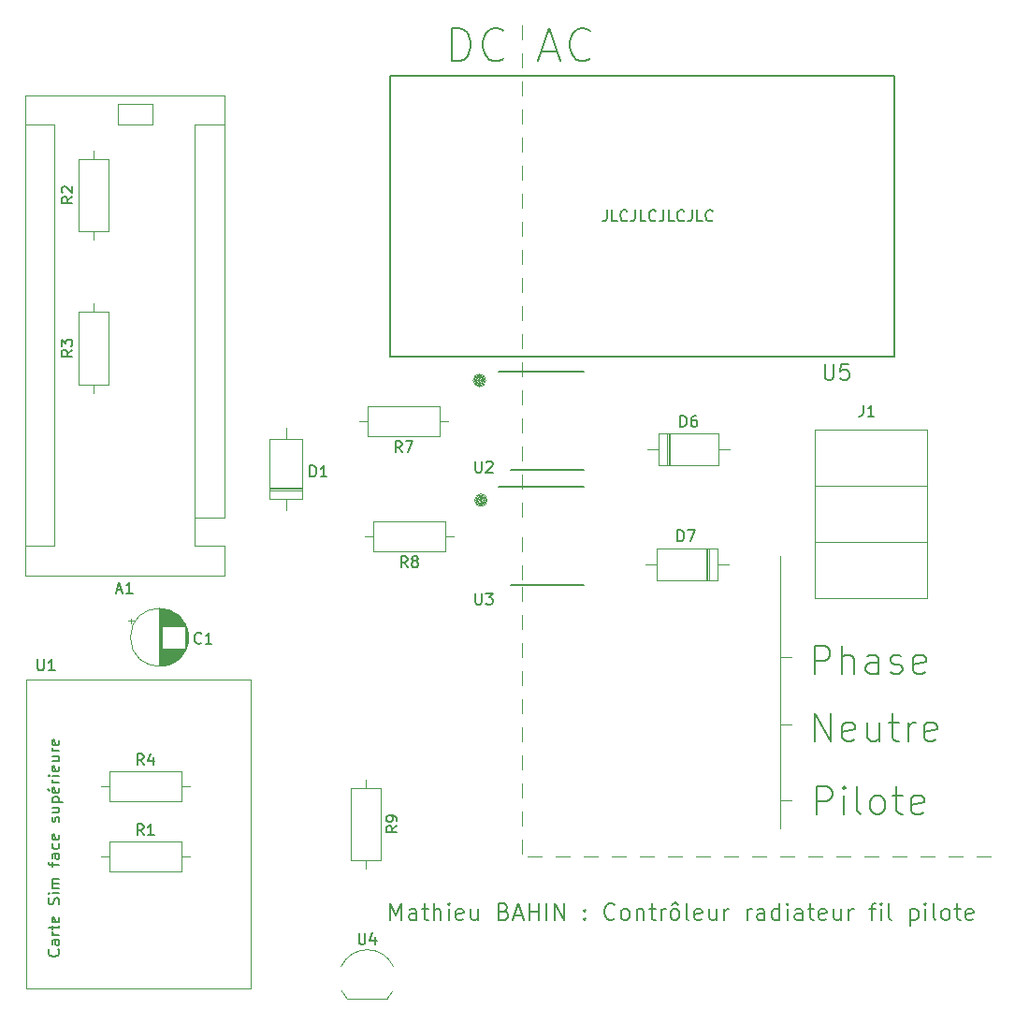
<source format=gbr>
%TF.GenerationSoftware,KiCad,Pcbnew,(5.1.8)-1*%
%TF.CreationDate,2022-03-01T18:10:38+01:00*%
%TF.ProjectId,controleur_radiateur,636f6e74-726f-46c6-9575-725f72616469,v1.1*%
%TF.SameCoordinates,Original*%
%TF.FileFunction,Legend,Top*%
%TF.FilePolarity,Positive*%
%FSLAX46Y46*%
G04 Gerber Fmt 4.6, Leading zero omitted, Abs format (unit mm)*
G04 Created by KiCad (PCBNEW (5.1.8)-1) date 2022-03-01 18:10:38*
%MOMM*%
%LPD*%
G01*
G04 APERTURE LIST*
%ADD10C,0.120000*%
%ADD11C,0.150000*%
%ADD12C,0.127000*%
%ADD13C,0.200000*%
G04 APERTURE END LIST*
D10*
X150016981Y-103169720D02*
G75*
G03*
X150016981Y-103169720I-283981J0D01*
G01*
X150092210Y-103169720D02*
G75*
G03*
X150092210Y-103169720I-359210J0D01*
G01*
X150190905Y-103169720D02*
G75*
G03*
X150190905Y-103169720I-457905J0D01*
G01*
X150300961Y-103169720D02*
G75*
G03*
X150300961Y-103169720I-567961J0D01*
G01*
X149912605Y-103169720D02*
G75*
G03*
X149912605Y-103169720I-179605J0D01*
G01*
X149783032Y-103164640D02*
G75*
G03*
X149783032Y-103164640I-50032J0D01*
G01*
X149819360Y-103164640D02*
G75*
G03*
X149819360Y-103164640I-86360J0D01*
G01*
X149656032Y-92323920D02*
G75*
G03*
X149656032Y-92323920I-50032J0D01*
G01*
X149692360Y-92323920D02*
G75*
G03*
X149692360Y-92323920I-86360J0D01*
G01*
X149785605Y-92329000D02*
G75*
G03*
X149785605Y-92329000I-179605J0D01*
G01*
X149889981Y-92329000D02*
G75*
G03*
X149889981Y-92329000I-283981J0D01*
G01*
X149965210Y-92329000D02*
G75*
G03*
X149965210Y-92329000I-359210J0D01*
G01*
X150063905Y-92329000D02*
G75*
G03*
X150063905Y-92329000I-457905J0D01*
G01*
X150173961Y-92329000D02*
G75*
G03*
X150173961Y-92329000I-567961J0D01*
G01*
X181864000Y-135382000D02*
X183134000Y-135382000D01*
X194564000Y-135382000D02*
X195834000Y-135382000D01*
X176784000Y-135382000D02*
X178054000Y-135382000D01*
X189484000Y-135382000D02*
X190754000Y-135382000D01*
X179324000Y-135382000D02*
X180594000Y-135382000D01*
X184404000Y-135382000D02*
X185674000Y-135382000D01*
X186944000Y-135382000D02*
X188214000Y-135382000D01*
X192024000Y-135382000D02*
X193294000Y-135382000D01*
X174244000Y-135382000D02*
X175514000Y-135382000D01*
X153416000Y-133858000D02*
X153416000Y-135128000D01*
X153416000Y-131318000D02*
X153416000Y-132588000D01*
X153416000Y-131318000D02*
X153416000Y-132588000D01*
X153416000Y-116078000D02*
X153416000Y-117348000D01*
X153416000Y-126238000D02*
X153416000Y-127508000D01*
X153416000Y-131318000D02*
X153416000Y-132588000D01*
X153416000Y-128778000D02*
X153416000Y-130048000D01*
X153416000Y-128778000D02*
X153416000Y-130048000D01*
X153416000Y-121158000D02*
X153416000Y-122428000D01*
X153416000Y-118618000D02*
X153416000Y-119888000D01*
X153416000Y-123698000D02*
X153416000Y-124968000D01*
X153416000Y-113538000D02*
X153416000Y-114808000D01*
X153924000Y-135382000D02*
X155194000Y-135382000D01*
D11*
X147074714Y-63460142D02*
X147074714Y-60460142D01*
X147789000Y-60460142D01*
X148217571Y-60603000D01*
X148503285Y-60888714D01*
X148646142Y-61174428D01*
X148789000Y-61745857D01*
X148789000Y-62174428D01*
X148646142Y-62745857D01*
X148503285Y-63031571D01*
X148217571Y-63317285D01*
X147789000Y-63460142D01*
X147074714Y-63460142D01*
X151789000Y-63174428D02*
X151646142Y-63317285D01*
X151217571Y-63460142D01*
X150931857Y-63460142D01*
X150503285Y-63317285D01*
X150217571Y-63031571D01*
X150074714Y-62745857D01*
X149931857Y-62174428D01*
X149931857Y-61745857D01*
X150074714Y-61174428D01*
X150217571Y-60888714D01*
X150503285Y-60603000D01*
X150931857Y-60460142D01*
X151217571Y-60460142D01*
X151646142Y-60603000D01*
X151789000Y-60745857D01*
X155217571Y-62603000D02*
X156646142Y-62603000D01*
X154931857Y-63460142D02*
X155931857Y-60460142D01*
X156931857Y-63460142D01*
X159646142Y-63174428D02*
X159503285Y-63317285D01*
X159074714Y-63460142D01*
X158789000Y-63460142D01*
X158360428Y-63317285D01*
X158074714Y-63031571D01*
X157931857Y-62745857D01*
X157789000Y-62174428D01*
X157789000Y-61745857D01*
X157931857Y-61174428D01*
X158074714Y-60888714D01*
X158360428Y-60603000D01*
X158789000Y-60460142D01*
X159074714Y-60460142D01*
X159503285Y-60603000D01*
X159646142Y-60745857D01*
D10*
X153416000Y-62738000D02*
X153416000Y-64008000D01*
X153416000Y-60198000D02*
X153416000Y-61468000D01*
X153416000Y-103378000D02*
X153416000Y-104648000D01*
X153416000Y-100838000D02*
X153416000Y-102108000D01*
X153416000Y-109093000D02*
X153416000Y-110363000D01*
X153416000Y-106553000D02*
X153416000Y-107823000D01*
X153416000Y-98298000D02*
X153416000Y-99568000D01*
X153416000Y-95758000D02*
X153416000Y-97028000D01*
X153416000Y-93218000D02*
X153416000Y-94488000D01*
X153416000Y-90678000D02*
X153416000Y-91948000D01*
X153416000Y-88138000D02*
X153416000Y-89408000D01*
X153416000Y-85598000D02*
X153416000Y-86868000D01*
X153416000Y-83058000D02*
X153416000Y-84328000D01*
X153416000Y-80518000D02*
X153416000Y-81788000D01*
X153416000Y-80518000D02*
X153416000Y-81788000D01*
X153416000Y-77978000D02*
X153416000Y-79248000D01*
X153416000Y-75438000D02*
X153416000Y-76708000D01*
X153416000Y-72898000D02*
X153416000Y-74168000D01*
X153416000Y-70358000D02*
X153416000Y-71628000D01*
X153416000Y-67818000D02*
X153416000Y-69088000D01*
X174244000Y-135382000D02*
X175514000Y-135382000D01*
X171704000Y-135382000D02*
X172974000Y-135382000D01*
X169164000Y-135382000D02*
X170434000Y-135382000D01*
X166624000Y-135382000D02*
X167894000Y-135382000D01*
X164084000Y-135382000D02*
X165354000Y-135382000D01*
X161544000Y-135382000D02*
X162814000Y-135382000D01*
X159004000Y-135382000D02*
X160274000Y-135382000D01*
X156464000Y-135382000D02*
X157734000Y-135382000D01*
X153416000Y-113538000D02*
X153416000Y-114808000D01*
X153416000Y-110998000D02*
X153416000Y-112268000D01*
X153416000Y-65278000D02*
X153416000Y-66548000D01*
X153416000Y-62738000D02*
X153416000Y-64008000D01*
X116840000Y-69215000D02*
X116840000Y-67310000D01*
X120015000Y-69215000D02*
X116840000Y-69215000D01*
X120015000Y-67310000D02*
X120015000Y-69215000D01*
X116840000Y-67310000D02*
X120015000Y-67310000D01*
D11*
X161115952Y-76922380D02*
X161115952Y-77636666D01*
X161068333Y-77779523D01*
X160973095Y-77874761D01*
X160830238Y-77922380D01*
X160735000Y-77922380D01*
X162068333Y-77922380D02*
X161592142Y-77922380D01*
X161592142Y-76922380D01*
X162973095Y-77827142D02*
X162925476Y-77874761D01*
X162782619Y-77922380D01*
X162687380Y-77922380D01*
X162544523Y-77874761D01*
X162449285Y-77779523D01*
X162401666Y-77684285D01*
X162354047Y-77493809D01*
X162354047Y-77350952D01*
X162401666Y-77160476D01*
X162449285Y-77065238D01*
X162544523Y-76970000D01*
X162687380Y-76922380D01*
X162782619Y-76922380D01*
X162925476Y-76970000D01*
X162973095Y-77017619D01*
X163687380Y-76922380D02*
X163687380Y-77636666D01*
X163639761Y-77779523D01*
X163544523Y-77874761D01*
X163401666Y-77922380D01*
X163306428Y-77922380D01*
X164639761Y-77922380D02*
X164163571Y-77922380D01*
X164163571Y-76922380D01*
X165544523Y-77827142D02*
X165496904Y-77874761D01*
X165354047Y-77922380D01*
X165258809Y-77922380D01*
X165115952Y-77874761D01*
X165020714Y-77779523D01*
X164973095Y-77684285D01*
X164925476Y-77493809D01*
X164925476Y-77350952D01*
X164973095Y-77160476D01*
X165020714Y-77065238D01*
X165115952Y-76970000D01*
X165258809Y-76922380D01*
X165354047Y-76922380D01*
X165496904Y-76970000D01*
X165544523Y-77017619D01*
X166258809Y-76922380D02*
X166258809Y-77636666D01*
X166211190Y-77779523D01*
X166115952Y-77874761D01*
X165973095Y-77922380D01*
X165877857Y-77922380D01*
X167211190Y-77922380D02*
X166735000Y-77922380D01*
X166735000Y-76922380D01*
X168115952Y-77827142D02*
X168068333Y-77874761D01*
X167925476Y-77922380D01*
X167830238Y-77922380D01*
X167687380Y-77874761D01*
X167592142Y-77779523D01*
X167544523Y-77684285D01*
X167496904Y-77493809D01*
X167496904Y-77350952D01*
X167544523Y-77160476D01*
X167592142Y-77065238D01*
X167687380Y-76970000D01*
X167830238Y-76922380D01*
X167925476Y-76922380D01*
X168068333Y-76970000D01*
X168115952Y-77017619D01*
X168830238Y-76922380D02*
X168830238Y-77636666D01*
X168782619Y-77779523D01*
X168687380Y-77874761D01*
X168544523Y-77922380D01*
X168449285Y-77922380D01*
X169782619Y-77922380D02*
X169306428Y-77922380D01*
X169306428Y-76922380D01*
X170687380Y-77827142D02*
X170639761Y-77874761D01*
X170496904Y-77922380D01*
X170401666Y-77922380D01*
X170258809Y-77874761D01*
X170163571Y-77779523D01*
X170115952Y-77684285D01*
X170068333Y-77493809D01*
X170068333Y-77350952D01*
X170115952Y-77160476D01*
X170163571Y-77065238D01*
X170258809Y-76970000D01*
X170401666Y-76922380D01*
X170496904Y-76922380D01*
X170639761Y-76970000D01*
X170687380Y-77017619D01*
X141536857Y-141140571D02*
X141536857Y-139640571D01*
X142036857Y-140712000D01*
X142536857Y-139640571D01*
X142536857Y-141140571D01*
X143893999Y-141140571D02*
X143893999Y-140354857D01*
X143822571Y-140212000D01*
X143679714Y-140140571D01*
X143393999Y-140140571D01*
X143251142Y-140212000D01*
X143893999Y-141069142D02*
X143751142Y-141140571D01*
X143393999Y-141140571D01*
X143251142Y-141069142D01*
X143179714Y-140926285D01*
X143179714Y-140783428D01*
X143251142Y-140640571D01*
X143393999Y-140569142D01*
X143751142Y-140569142D01*
X143893999Y-140497714D01*
X144393999Y-140140571D02*
X144965428Y-140140571D01*
X144608285Y-139640571D02*
X144608285Y-140926285D01*
X144679714Y-141069142D01*
X144822571Y-141140571D01*
X144965428Y-141140571D01*
X145465428Y-141140571D02*
X145465428Y-139640571D01*
X146108285Y-141140571D02*
X146108285Y-140354857D01*
X146036857Y-140212000D01*
X145893999Y-140140571D01*
X145679714Y-140140571D01*
X145536857Y-140212000D01*
X145465428Y-140283428D01*
X146822571Y-141140571D02*
X146822571Y-140140571D01*
X146822571Y-139640571D02*
X146751142Y-139712000D01*
X146822571Y-139783428D01*
X146893999Y-139712000D01*
X146822571Y-139640571D01*
X146822571Y-139783428D01*
X148108285Y-141069142D02*
X147965428Y-141140571D01*
X147679714Y-141140571D01*
X147536857Y-141069142D01*
X147465428Y-140926285D01*
X147465428Y-140354857D01*
X147536857Y-140212000D01*
X147679714Y-140140571D01*
X147965428Y-140140571D01*
X148108285Y-140212000D01*
X148179714Y-140354857D01*
X148179714Y-140497714D01*
X147465428Y-140640571D01*
X149465428Y-140140571D02*
X149465428Y-141140571D01*
X148822571Y-140140571D02*
X148822571Y-140926285D01*
X148893999Y-141069142D01*
X149036857Y-141140571D01*
X149251142Y-141140571D01*
X149393999Y-141069142D01*
X149465428Y-140997714D01*
X151822571Y-140354857D02*
X152036857Y-140426285D01*
X152108285Y-140497714D01*
X152179714Y-140640571D01*
X152179714Y-140854857D01*
X152108285Y-140997714D01*
X152036857Y-141069142D01*
X151893999Y-141140571D01*
X151322571Y-141140571D01*
X151322571Y-139640571D01*
X151822571Y-139640571D01*
X151965428Y-139712000D01*
X152036857Y-139783428D01*
X152108285Y-139926285D01*
X152108285Y-140069142D01*
X152036857Y-140212000D01*
X151965428Y-140283428D01*
X151822571Y-140354857D01*
X151322571Y-140354857D01*
X152751142Y-140712000D02*
X153465428Y-140712000D01*
X152608285Y-141140571D02*
X153108285Y-139640571D01*
X153608285Y-141140571D01*
X154108285Y-141140571D02*
X154108285Y-139640571D01*
X154108285Y-140354857D02*
X154965428Y-140354857D01*
X154965428Y-141140571D02*
X154965428Y-139640571D01*
X155679714Y-141140571D02*
X155679714Y-139640571D01*
X156393999Y-141140571D02*
X156393999Y-139640571D01*
X157251142Y-141140571D01*
X157251142Y-139640571D01*
X159108285Y-140997714D02*
X159179714Y-141069142D01*
X159108285Y-141140571D01*
X159036857Y-141069142D01*
X159108285Y-140997714D01*
X159108285Y-141140571D01*
X159108285Y-140212000D02*
X159179714Y-140283428D01*
X159108285Y-140354857D01*
X159036857Y-140283428D01*
X159108285Y-140212000D01*
X159108285Y-140354857D01*
X161822571Y-140997714D02*
X161751142Y-141069142D01*
X161536857Y-141140571D01*
X161393999Y-141140571D01*
X161179714Y-141069142D01*
X161036857Y-140926285D01*
X160965428Y-140783428D01*
X160893999Y-140497714D01*
X160893999Y-140283428D01*
X160965428Y-139997714D01*
X161036857Y-139854857D01*
X161179714Y-139712000D01*
X161393999Y-139640571D01*
X161536857Y-139640571D01*
X161751142Y-139712000D01*
X161822571Y-139783428D01*
X162679714Y-141140571D02*
X162536857Y-141069142D01*
X162465428Y-140997714D01*
X162393999Y-140854857D01*
X162393999Y-140426285D01*
X162465428Y-140283428D01*
X162536857Y-140212000D01*
X162679714Y-140140571D01*
X162893999Y-140140571D01*
X163036857Y-140212000D01*
X163108285Y-140283428D01*
X163179714Y-140426285D01*
X163179714Y-140854857D01*
X163108285Y-140997714D01*
X163036857Y-141069142D01*
X162893999Y-141140571D01*
X162679714Y-141140571D01*
X163822571Y-140140571D02*
X163822571Y-141140571D01*
X163822571Y-140283428D02*
X163893999Y-140212000D01*
X164036857Y-140140571D01*
X164251142Y-140140571D01*
X164393999Y-140212000D01*
X164465428Y-140354857D01*
X164465428Y-141140571D01*
X164965428Y-140140571D02*
X165536857Y-140140571D01*
X165179714Y-139640571D02*
X165179714Y-140926285D01*
X165251142Y-141069142D01*
X165393999Y-141140571D01*
X165536857Y-141140571D01*
X166036857Y-141140571D02*
X166036857Y-140140571D01*
X166036857Y-140426285D02*
X166108285Y-140283428D01*
X166179714Y-140212000D01*
X166322571Y-140140571D01*
X166465428Y-140140571D01*
X167179714Y-141140571D02*
X167036857Y-141069142D01*
X166965428Y-140997714D01*
X166893999Y-140854857D01*
X166893999Y-140426285D01*
X166965428Y-140283428D01*
X167036857Y-140212000D01*
X167179714Y-140140571D01*
X167393999Y-140140571D01*
X167536857Y-140212000D01*
X167608285Y-140283428D01*
X167679714Y-140426285D01*
X167679714Y-140854857D01*
X167608285Y-140997714D01*
X167536857Y-141069142D01*
X167393999Y-141140571D01*
X167179714Y-141140571D01*
X167036857Y-139783428D02*
X167322571Y-139569142D01*
X167608285Y-139783428D01*
X168536857Y-141140571D02*
X168393999Y-141069142D01*
X168322571Y-140926285D01*
X168322571Y-139640571D01*
X169679714Y-141069142D02*
X169536857Y-141140571D01*
X169251142Y-141140571D01*
X169108285Y-141069142D01*
X169036857Y-140926285D01*
X169036857Y-140354857D01*
X169108285Y-140212000D01*
X169251142Y-140140571D01*
X169536857Y-140140571D01*
X169679714Y-140212000D01*
X169751142Y-140354857D01*
X169751142Y-140497714D01*
X169036857Y-140640571D01*
X171036857Y-140140571D02*
X171036857Y-141140571D01*
X170394000Y-140140571D02*
X170394000Y-140926285D01*
X170465428Y-141069142D01*
X170608285Y-141140571D01*
X170822571Y-141140571D01*
X170965428Y-141069142D01*
X171036857Y-140997714D01*
X171751142Y-141140571D02*
X171751142Y-140140571D01*
X171751142Y-140426285D02*
X171822571Y-140283428D01*
X171894000Y-140212000D01*
X172036857Y-140140571D01*
X172179714Y-140140571D01*
X173822571Y-141140571D02*
X173822571Y-140140571D01*
X173822571Y-140426285D02*
X173894000Y-140283428D01*
X173965428Y-140212000D01*
X174108285Y-140140571D01*
X174251142Y-140140571D01*
X175394000Y-141140571D02*
X175394000Y-140354857D01*
X175322571Y-140212000D01*
X175179714Y-140140571D01*
X174894000Y-140140571D01*
X174751142Y-140212000D01*
X175394000Y-141069142D02*
X175251142Y-141140571D01*
X174894000Y-141140571D01*
X174751142Y-141069142D01*
X174679714Y-140926285D01*
X174679714Y-140783428D01*
X174751142Y-140640571D01*
X174894000Y-140569142D01*
X175251142Y-140569142D01*
X175394000Y-140497714D01*
X176751142Y-141140571D02*
X176751142Y-139640571D01*
X176751142Y-141069142D02*
X176608285Y-141140571D01*
X176322571Y-141140571D01*
X176179714Y-141069142D01*
X176108285Y-140997714D01*
X176036857Y-140854857D01*
X176036857Y-140426285D01*
X176108285Y-140283428D01*
X176179714Y-140212000D01*
X176322571Y-140140571D01*
X176608285Y-140140571D01*
X176751142Y-140212000D01*
X177465428Y-141140571D02*
X177465428Y-140140571D01*
X177465428Y-139640571D02*
X177394000Y-139712000D01*
X177465428Y-139783428D01*
X177536857Y-139712000D01*
X177465428Y-139640571D01*
X177465428Y-139783428D01*
X178822571Y-141140571D02*
X178822571Y-140354857D01*
X178751142Y-140212000D01*
X178608285Y-140140571D01*
X178322571Y-140140571D01*
X178179714Y-140212000D01*
X178822571Y-141069142D02*
X178679714Y-141140571D01*
X178322571Y-141140571D01*
X178179714Y-141069142D01*
X178108285Y-140926285D01*
X178108285Y-140783428D01*
X178179714Y-140640571D01*
X178322571Y-140569142D01*
X178679714Y-140569142D01*
X178822571Y-140497714D01*
X179322571Y-140140571D02*
X179894000Y-140140571D01*
X179536857Y-139640571D02*
X179536857Y-140926285D01*
X179608285Y-141069142D01*
X179751142Y-141140571D01*
X179894000Y-141140571D01*
X180965428Y-141069142D02*
X180822571Y-141140571D01*
X180536857Y-141140571D01*
X180394000Y-141069142D01*
X180322571Y-140926285D01*
X180322571Y-140354857D01*
X180394000Y-140212000D01*
X180536857Y-140140571D01*
X180822571Y-140140571D01*
X180965428Y-140212000D01*
X181036857Y-140354857D01*
X181036857Y-140497714D01*
X180322571Y-140640571D01*
X182322571Y-140140571D02*
X182322571Y-141140571D01*
X181679714Y-140140571D02*
X181679714Y-140926285D01*
X181751142Y-141069142D01*
X181894000Y-141140571D01*
X182108285Y-141140571D01*
X182251142Y-141069142D01*
X182322571Y-140997714D01*
X183036857Y-141140571D02*
X183036857Y-140140571D01*
X183036857Y-140426285D02*
X183108285Y-140283428D01*
X183179714Y-140212000D01*
X183322571Y-140140571D01*
X183465428Y-140140571D01*
X184894000Y-140140571D02*
X185465428Y-140140571D01*
X185108285Y-141140571D02*
X185108285Y-139854857D01*
X185179714Y-139712000D01*
X185322571Y-139640571D01*
X185465428Y-139640571D01*
X185965428Y-141140571D02*
X185965428Y-140140571D01*
X185965428Y-139640571D02*
X185894000Y-139712000D01*
X185965428Y-139783428D01*
X186036857Y-139712000D01*
X185965428Y-139640571D01*
X185965428Y-139783428D01*
X186894000Y-141140571D02*
X186751142Y-141069142D01*
X186679714Y-140926285D01*
X186679714Y-139640571D01*
X188608285Y-140140571D02*
X188608285Y-141640571D01*
X188608285Y-140212000D02*
X188751142Y-140140571D01*
X189036857Y-140140571D01*
X189179714Y-140212000D01*
X189251142Y-140283428D01*
X189322571Y-140426285D01*
X189322571Y-140854857D01*
X189251142Y-140997714D01*
X189179714Y-141069142D01*
X189036857Y-141140571D01*
X188751142Y-141140571D01*
X188608285Y-141069142D01*
X189965428Y-141140571D02*
X189965428Y-140140571D01*
X189965428Y-139640571D02*
X189894000Y-139712000D01*
X189965428Y-139783428D01*
X190036857Y-139712000D01*
X189965428Y-139640571D01*
X189965428Y-139783428D01*
X190894000Y-141140571D02*
X190751142Y-141069142D01*
X190679714Y-140926285D01*
X190679714Y-139640571D01*
X191679714Y-141140571D02*
X191536857Y-141069142D01*
X191465428Y-140997714D01*
X191394000Y-140854857D01*
X191394000Y-140426285D01*
X191465428Y-140283428D01*
X191536857Y-140212000D01*
X191679714Y-140140571D01*
X191894000Y-140140571D01*
X192036857Y-140212000D01*
X192108285Y-140283428D01*
X192179714Y-140426285D01*
X192179714Y-140854857D01*
X192108285Y-140997714D01*
X192036857Y-141069142D01*
X191894000Y-141140571D01*
X191679714Y-141140571D01*
X192608285Y-140140571D02*
X193179714Y-140140571D01*
X192822571Y-139640571D02*
X192822571Y-140926285D01*
X192894000Y-141069142D01*
X193036857Y-141140571D01*
X193179714Y-141140571D01*
X194251142Y-141069142D02*
X194108285Y-141140571D01*
X193822571Y-141140571D01*
X193679714Y-141069142D01*
X193608285Y-140926285D01*
X193608285Y-140354857D01*
X193679714Y-140212000D01*
X193822571Y-140140571D01*
X194108285Y-140140571D01*
X194251142Y-140212000D01*
X194322571Y-140354857D01*
X194322571Y-140497714D01*
X193608285Y-140640571D01*
D10*
X176784000Y-117348000D02*
X177800000Y-117348000D01*
X176784000Y-123444000D02*
X177800000Y-123444000D01*
X176784000Y-130302000D02*
X177800000Y-130302000D01*
X176784000Y-122174000D02*
X176784000Y-132842000D01*
D11*
X179943809Y-124955952D02*
X179943809Y-122455952D01*
X181372380Y-124955952D01*
X181372380Y-122455952D01*
X183515238Y-124836904D02*
X183277142Y-124955952D01*
X182800952Y-124955952D01*
X182562857Y-124836904D01*
X182443809Y-124598809D01*
X182443809Y-123646428D01*
X182562857Y-123408333D01*
X182800952Y-123289285D01*
X183277142Y-123289285D01*
X183515238Y-123408333D01*
X183634285Y-123646428D01*
X183634285Y-123884523D01*
X182443809Y-124122619D01*
X185777142Y-123289285D02*
X185777142Y-124955952D01*
X184705714Y-123289285D02*
X184705714Y-124598809D01*
X184824761Y-124836904D01*
X185062857Y-124955952D01*
X185420000Y-124955952D01*
X185658095Y-124836904D01*
X185777142Y-124717857D01*
X186610476Y-123289285D02*
X187562857Y-123289285D01*
X186967619Y-122455952D02*
X186967619Y-124598809D01*
X187086666Y-124836904D01*
X187324761Y-124955952D01*
X187562857Y-124955952D01*
X188396190Y-124955952D02*
X188396190Y-123289285D01*
X188396190Y-123765476D02*
X188515238Y-123527380D01*
X188634285Y-123408333D01*
X188872380Y-123289285D01*
X189110476Y-123289285D01*
X190896190Y-124836904D02*
X190658095Y-124955952D01*
X190181904Y-124955952D01*
X189943809Y-124836904D01*
X189824761Y-124598809D01*
X189824761Y-123646428D01*
X189943809Y-123408333D01*
X190181904Y-123289285D01*
X190658095Y-123289285D01*
X190896190Y-123408333D01*
X191015238Y-123646428D01*
X191015238Y-123884523D01*
X189824761Y-124122619D01*
X179912000Y-118859952D02*
X179912000Y-116359952D01*
X180864380Y-116359952D01*
X181102476Y-116479000D01*
X181221523Y-116598047D01*
X181340571Y-116836142D01*
X181340571Y-117193285D01*
X181221523Y-117431380D01*
X181102476Y-117550428D01*
X180864380Y-117669476D01*
X179912000Y-117669476D01*
X182412000Y-118859952D02*
X182412000Y-116359952D01*
X183483428Y-118859952D02*
X183483428Y-117550428D01*
X183364380Y-117312333D01*
X183126285Y-117193285D01*
X182769142Y-117193285D01*
X182531047Y-117312333D01*
X182412000Y-117431380D01*
X185745333Y-118859952D02*
X185745333Y-117550428D01*
X185626285Y-117312333D01*
X185388190Y-117193285D01*
X184912000Y-117193285D01*
X184673904Y-117312333D01*
X185745333Y-118740904D02*
X185507238Y-118859952D01*
X184912000Y-118859952D01*
X184673904Y-118740904D01*
X184554857Y-118502809D01*
X184554857Y-118264714D01*
X184673904Y-118026619D01*
X184912000Y-117907571D01*
X185507238Y-117907571D01*
X185745333Y-117788523D01*
X186816761Y-118740904D02*
X187054857Y-118859952D01*
X187531047Y-118859952D01*
X187769142Y-118740904D01*
X187888190Y-118502809D01*
X187888190Y-118383761D01*
X187769142Y-118145666D01*
X187531047Y-118026619D01*
X187173904Y-118026619D01*
X186935809Y-117907571D01*
X186816761Y-117669476D01*
X186816761Y-117550428D01*
X186935809Y-117312333D01*
X187173904Y-117193285D01*
X187531047Y-117193285D01*
X187769142Y-117312333D01*
X189912000Y-118740904D02*
X189673904Y-118859952D01*
X189197714Y-118859952D01*
X188959619Y-118740904D01*
X188840571Y-118502809D01*
X188840571Y-117550428D01*
X188959619Y-117312333D01*
X189197714Y-117193285D01*
X189673904Y-117193285D01*
X189912000Y-117312333D01*
X190031047Y-117550428D01*
X190031047Y-117788523D01*
X188840571Y-118026619D01*
X180090571Y-131559952D02*
X180090571Y-129059952D01*
X181042952Y-129059952D01*
X181281047Y-129179000D01*
X181400095Y-129298047D01*
X181519142Y-129536142D01*
X181519142Y-129893285D01*
X181400095Y-130131380D01*
X181281047Y-130250428D01*
X181042952Y-130369476D01*
X180090571Y-130369476D01*
X182590571Y-131559952D02*
X182590571Y-129893285D01*
X182590571Y-129059952D02*
X182471523Y-129179000D01*
X182590571Y-129298047D01*
X182709619Y-129179000D01*
X182590571Y-129059952D01*
X182590571Y-129298047D01*
X184138190Y-131559952D02*
X183900095Y-131440904D01*
X183781047Y-131202809D01*
X183781047Y-129059952D01*
X185447714Y-131559952D02*
X185209619Y-131440904D01*
X185090571Y-131321857D01*
X184971523Y-131083761D01*
X184971523Y-130369476D01*
X185090571Y-130131380D01*
X185209619Y-130012333D01*
X185447714Y-129893285D01*
X185804857Y-129893285D01*
X186042952Y-130012333D01*
X186162000Y-130131380D01*
X186281047Y-130369476D01*
X186281047Y-131083761D01*
X186162000Y-131321857D01*
X186042952Y-131440904D01*
X185804857Y-131559952D01*
X185447714Y-131559952D01*
X186995333Y-129893285D02*
X187947714Y-129893285D01*
X187352476Y-129059952D02*
X187352476Y-131202809D01*
X187471523Y-131440904D01*
X187709619Y-131559952D01*
X187947714Y-131559952D01*
X189733428Y-131440904D02*
X189495333Y-131559952D01*
X189019142Y-131559952D01*
X188781047Y-131440904D01*
X188662000Y-131202809D01*
X188662000Y-130250428D01*
X188781047Y-130012333D01*
X189019142Y-129893285D01*
X189495333Y-129893285D01*
X189733428Y-130012333D01*
X189852476Y-130250428D01*
X189852476Y-130488523D01*
X188662000Y-130726619D01*
D10*
X176784000Y-121666000D02*
X176784000Y-122174000D01*
X176784000Y-119126000D02*
X176784000Y-121666000D01*
X176784000Y-108204000D02*
X176784000Y-119126000D01*
%TO.C,R3*%
X113311000Y-92678000D02*
X116051000Y-92678000D01*
X116051000Y-92678000D02*
X116051000Y-86138000D01*
X116051000Y-86138000D02*
X113311000Y-86138000D01*
X113311000Y-86138000D02*
X113311000Y-92678000D01*
X114681000Y-93448000D02*
X114681000Y-92678000D01*
X114681000Y-85368000D02*
X114681000Y-86138000D01*
%TO.C,A1*%
X123825000Y-104775000D02*
X123825000Y-107315000D01*
X123825000Y-107315000D02*
X126495000Y-107315000D01*
X126495000Y-104775000D02*
X126495000Y-66545000D01*
X126495000Y-109985000D02*
X126495000Y-107315000D01*
X111125000Y-107315000D02*
X108455000Y-107315000D01*
X111125000Y-107315000D02*
X111125000Y-69215000D01*
X111125000Y-69215000D02*
X108455000Y-69215000D01*
X123825000Y-104775000D02*
X126495000Y-104775000D01*
X123825000Y-104775000D02*
X123825000Y-69215000D01*
X123825000Y-69215000D02*
X126495000Y-69215000D01*
X126495000Y-66545000D02*
X108455000Y-66545000D01*
X108455000Y-66545000D02*
X108455000Y-109985000D01*
X108455000Y-109985000D02*
X126495000Y-109985000D01*
%TO.C,R4*%
X116110000Y-127662000D02*
X116110000Y-130402000D01*
X116110000Y-130402000D02*
X122650000Y-130402000D01*
X122650000Y-130402000D02*
X122650000Y-127662000D01*
X122650000Y-127662000D02*
X116110000Y-127662000D01*
X115340000Y-129032000D02*
X116110000Y-129032000D01*
X123420000Y-129032000D02*
X122650000Y-129032000D01*
%TO.C,R1*%
X116110000Y-134012000D02*
X116110000Y-136752000D01*
X116110000Y-136752000D02*
X122650000Y-136752000D01*
X122650000Y-136752000D02*
X122650000Y-134012000D01*
X122650000Y-134012000D02*
X116110000Y-134012000D01*
X115340000Y-135382000D02*
X116110000Y-135382000D01*
X123420000Y-135382000D02*
X122650000Y-135382000D01*
D12*
%TO.C,U5*%
X187188000Y-64770000D02*
X187188000Y-90170000D01*
X187188000Y-90170000D02*
X141488000Y-90170000D01*
X141488000Y-90170000D02*
X141488000Y-64770000D01*
X141488000Y-64770000D02*
X187188000Y-64770000D01*
D13*
%TO.C,U3*%
X151337000Y-101981000D02*
X159002000Y-101981000D01*
X152402000Y-110871000D02*
X159002000Y-110871000D01*
%TO.C,U2*%
X151337000Y-91567000D02*
X159002000Y-91567000D01*
X152402000Y-100457000D02*
X159002000Y-100457000D01*
D10*
%TO.C,U1*%
X128905000Y-119380000D02*
X108585000Y-119380000D01*
X128905000Y-147320000D02*
X128905000Y-119380000D01*
X108585000Y-147320000D02*
X128905000Y-147320000D01*
X108585000Y-119380000D02*
X108585000Y-147320000D01*
%TO.C,J1*%
X179959000Y-98044000D02*
X179959000Y-96774000D01*
X179959000Y-96774000D02*
X190119000Y-96774000D01*
X190119000Y-96774000D02*
X190119000Y-112014000D01*
X190119000Y-112014000D02*
X179959000Y-112014000D01*
X179959000Y-112014000D02*
X179959000Y-98044000D01*
X179959000Y-98044000D02*
X179959000Y-101854000D01*
X179959000Y-101854000D02*
X190119000Y-101854000D01*
X190119000Y-101854000D02*
X190119000Y-106934000D01*
X190119000Y-106934000D02*
X179959000Y-106934000D01*
%TO.C,D1*%
X130610000Y-102270000D02*
X133550000Y-102270000D01*
X130610000Y-102030000D02*
X133550000Y-102030000D01*
X130610000Y-102150000D02*
X133550000Y-102150000D01*
X132080000Y-96590000D02*
X132080000Y-97610000D01*
X132080000Y-104070000D02*
X132080000Y-103050000D01*
X130610000Y-97610000D02*
X130610000Y-103050000D01*
X133550000Y-97610000D02*
X130610000Y-97610000D01*
X133550000Y-103050000D02*
X133550000Y-97610000D01*
X130610000Y-103050000D02*
X133550000Y-103050000D01*
%TO.C,U4*%
X137646000Y-148281000D02*
X141246000Y-148281000D01*
X141770184Y-147553795D02*
G75*
G02*
X141246000Y-148281000I-2324184J1122795D01*
G01*
X141802400Y-145332193D02*
G75*
G03*
X139446000Y-143831000I-2356400J-1098807D01*
G01*
X137089600Y-145332193D02*
G75*
G02*
X139446000Y-143831000I2356400J-1098807D01*
G01*
X137121816Y-147553795D02*
G75*
G03*
X137646000Y-148281000I2324184J1122795D01*
G01*
%TO.C,R9*%
X140689000Y-129191000D02*
X137949000Y-129191000D01*
X137949000Y-129191000D02*
X137949000Y-135731000D01*
X137949000Y-135731000D02*
X140689000Y-135731000D01*
X140689000Y-135731000D02*
X140689000Y-129191000D01*
X139319000Y-128421000D02*
X139319000Y-129191000D01*
X139319000Y-136501000D02*
X139319000Y-135731000D01*
%TO.C,R8*%
X146526000Y-107796000D02*
X146526000Y-105056000D01*
X146526000Y-105056000D02*
X139986000Y-105056000D01*
X139986000Y-105056000D02*
X139986000Y-107796000D01*
X139986000Y-107796000D02*
X146526000Y-107796000D01*
X147296000Y-106426000D02*
X146526000Y-106426000D01*
X139216000Y-106426000D02*
X139986000Y-106426000D01*
%TO.C,R7*%
X146018000Y-97382000D02*
X146018000Y-94642000D01*
X146018000Y-94642000D02*
X139478000Y-94642000D01*
X139478000Y-94642000D02*
X139478000Y-97382000D01*
X139478000Y-97382000D02*
X146018000Y-97382000D01*
X146788000Y-96012000D02*
X146018000Y-96012000D01*
X138708000Y-96012000D02*
X139478000Y-96012000D01*
%TO.C,R2*%
X113311000Y-78835000D02*
X116051000Y-78835000D01*
X116051000Y-78835000D02*
X116051000Y-72295000D01*
X116051000Y-72295000D02*
X113311000Y-72295000D01*
X113311000Y-72295000D02*
X113311000Y-78835000D01*
X114681000Y-79605000D02*
X114681000Y-78835000D01*
X114681000Y-71525000D02*
X114681000Y-72295000D01*
%TO.C,D7*%
X171122000Y-110436000D02*
X171122000Y-107496000D01*
X171122000Y-107496000D02*
X165682000Y-107496000D01*
X165682000Y-107496000D02*
X165682000Y-110436000D01*
X165682000Y-110436000D02*
X171122000Y-110436000D01*
X172142000Y-108966000D02*
X171122000Y-108966000D01*
X164662000Y-108966000D02*
X165682000Y-108966000D01*
X170222000Y-110436000D02*
X170222000Y-107496000D01*
X170102000Y-110436000D02*
X170102000Y-107496000D01*
X170342000Y-110436000D02*
X170342000Y-107496000D01*
%TO.C,D6*%
X165809000Y-97082000D02*
X165809000Y-100022000D01*
X165809000Y-100022000D02*
X171249000Y-100022000D01*
X171249000Y-100022000D02*
X171249000Y-97082000D01*
X171249000Y-97082000D02*
X165809000Y-97082000D01*
X164789000Y-98552000D02*
X165809000Y-98552000D01*
X172269000Y-98552000D02*
X171249000Y-98552000D01*
X166709000Y-97082000D02*
X166709000Y-100022000D01*
X166829000Y-97082000D02*
X166829000Y-100022000D01*
X166589000Y-97082000D02*
X166589000Y-100022000D01*
%TO.C,C1*%
X123250000Y-115570000D02*
G75*
G03*
X123250000Y-115570000I-2620000J0D01*
G01*
X120630000Y-112990000D02*
X120630000Y-118150000D01*
X120670000Y-112990000D02*
X120670000Y-118150000D01*
X120710000Y-112991000D02*
X120710000Y-118149000D01*
X120750000Y-112992000D02*
X120750000Y-118148000D01*
X120790000Y-112994000D02*
X120790000Y-118146000D01*
X120830000Y-112997000D02*
X120830000Y-118143000D01*
X120870000Y-113001000D02*
X120870000Y-114530000D01*
X120870000Y-116610000D02*
X120870000Y-118139000D01*
X120910000Y-113005000D02*
X120910000Y-114530000D01*
X120910000Y-116610000D02*
X120910000Y-118135000D01*
X120950000Y-113009000D02*
X120950000Y-114530000D01*
X120950000Y-116610000D02*
X120950000Y-118131000D01*
X120990000Y-113014000D02*
X120990000Y-114530000D01*
X120990000Y-116610000D02*
X120990000Y-118126000D01*
X121030000Y-113020000D02*
X121030000Y-114530000D01*
X121030000Y-116610000D02*
X121030000Y-118120000D01*
X121070000Y-113027000D02*
X121070000Y-114530000D01*
X121070000Y-116610000D02*
X121070000Y-118113000D01*
X121110000Y-113034000D02*
X121110000Y-114530000D01*
X121110000Y-116610000D02*
X121110000Y-118106000D01*
X121150000Y-113042000D02*
X121150000Y-114530000D01*
X121150000Y-116610000D02*
X121150000Y-118098000D01*
X121190000Y-113050000D02*
X121190000Y-114530000D01*
X121190000Y-116610000D02*
X121190000Y-118090000D01*
X121230000Y-113059000D02*
X121230000Y-114530000D01*
X121230000Y-116610000D02*
X121230000Y-118081000D01*
X121270000Y-113069000D02*
X121270000Y-114530000D01*
X121270000Y-116610000D02*
X121270000Y-118071000D01*
X121310000Y-113079000D02*
X121310000Y-114530000D01*
X121310000Y-116610000D02*
X121310000Y-118061000D01*
X121351000Y-113090000D02*
X121351000Y-114530000D01*
X121351000Y-116610000D02*
X121351000Y-118050000D01*
X121391000Y-113102000D02*
X121391000Y-114530000D01*
X121391000Y-116610000D02*
X121391000Y-118038000D01*
X121431000Y-113115000D02*
X121431000Y-114530000D01*
X121431000Y-116610000D02*
X121431000Y-118025000D01*
X121471000Y-113128000D02*
X121471000Y-114530000D01*
X121471000Y-116610000D02*
X121471000Y-118012000D01*
X121511000Y-113142000D02*
X121511000Y-114530000D01*
X121511000Y-116610000D02*
X121511000Y-117998000D01*
X121551000Y-113156000D02*
X121551000Y-114530000D01*
X121551000Y-116610000D02*
X121551000Y-117984000D01*
X121591000Y-113172000D02*
X121591000Y-114530000D01*
X121591000Y-116610000D02*
X121591000Y-117968000D01*
X121631000Y-113188000D02*
X121631000Y-114530000D01*
X121631000Y-116610000D02*
X121631000Y-117952000D01*
X121671000Y-113205000D02*
X121671000Y-114530000D01*
X121671000Y-116610000D02*
X121671000Y-117935000D01*
X121711000Y-113222000D02*
X121711000Y-114530000D01*
X121711000Y-116610000D02*
X121711000Y-117918000D01*
X121751000Y-113241000D02*
X121751000Y-114530000D01*
X121751000Y-116610000D02*
X121751000Y-117899000D01*
X121791000Y-113260000D02*
X121791000Y-114530000D01*
X121791000Y-116610000D02*
X121791000Y-117880000D01*
X121831000Y-113280000D02*
X121831000Y-114530000D01*
X121831000Y-116610000D02*
X121831000Y-117860000D01*
X121871000Y-113302000D02*
X121871000Y-114530000D01*
X121871000Y-116610000D02*
X121871000Y-117838000D01*
X121911000Y-113323000D02*
X121911000Y-114530000D01*
X121911000Y-116610000D02*
X121911000Y-117817000D01*
X121951000Y-113346000D02*
X121951000Y-114530000D01*
X121951000Y-116610000D02*
X121951000Y-117794000D01*
X121991000Y-113370000D02*
X121991000Y-114530000D01*
X121991000Y-116610000D02*
X121991000Y-117770000D01*
X122031000Y-113395000D02*
X122031000Y-114530000D01*
X122031000Y-116610000D02*
X122031000Y-117745000D01*
X122071000Y-113421000D02*
X122071000Y-114530000D01*
X122071000Y-116610000D02*
X122071000Y-117719000D01*
X122111000Y-113448000D02*
X122111000Y-114530000D01*
X122111000Y-116610000D02*
X122111000Y-117692000D01*
X122151000Y-113475000D02*
X122151000Y-114530000D01*
X122151000Y-116610000D02*
X122151000Y-117665000D01*
X122191000Y-113505000D02*
X122191000Y-114530000D01*
X122191000Y-116610000D02*
X122191000Y-117635000D01*
X122231000Y-113535000D02*
X122231000Y-114530000D01*
X122231000Y-116610000D02*
X122231000Y-117605000D01*
X122271000Y-113566000D02*
X122271000Y-114530000D01*
X122271000Y-116610000D02*
X122271000Y-117574000D01*
X122311000Y-113599000D02*
X122311000Y-114530000D01*
X122311000Y-116610000D02*
X122311000Y-117541000D01*
X122351000Y-113633000D02*
X122351000Y-114530000D01*
X122351000Y-116610000D02*
X122351000Y-117507000D01*
X122391000Y-113669000D02*
X122391000Y-114530000D01*
X122391000Y-116610000D02*
X122391000Y-117471000D01*
X122431000Y-113706000D02*
X122431000Y-114530000D01*
X122431000Y-116610000D02*
X122431000Y-117434000D01*
X122471000Y-113744000D02*
X122471000Y-114530000D01*
X122471000Y-116610000D02*
X122471000Y-117396000D01*
X122511000Y-113785000D02*
X122511000Y-114530000D01*
X122511000Y-116610000D02*
X122511000Y-117355000D01*
X122551000Y-113827000D02*
X122551000Y-114530000D01*
X122551000Y-116610000D02*
X122551000Y-117313000D01*
X122591000Y-113871000D02*
X122591000Y-114530000D01*
X122591000Y-116610000D02*
X122591000Y-117269000D01*
X122631000Y-113917000D02*
X122631000Y-114530000D01*
X122631000Y-116610000D02*
X122631000Y-117223000D01*
X122671000Y-113965000D02*
X122671000Y-114530000D01*
X122671000Y-116610000D02*
X122671000Y-117175000D01*
X122711000Y-114016000D02*
X122711000Y-114530000D01*
X122711000Y-116610000D02*
X122711000Y-117124000D01*
X122751000Y-114070000D02*
X122751000Y-114530000D01*
X122751000Y-116610000D02*
X122751000Y-117070000D01*
X122791000Y-114127000D02*
X122791000Y-114530000D01*
X122791000Y-116610000D02*
X122791000Y-117013000D01*
X122831000Y-114187000D02*
X122831000Y-114530000D01*
X122831000Y-116610000D02*
X122831000Y-116953000D01*
X122871000Y-114251000D02*
X122871000Y-114530000D01*
X122871000Y-116610000D02*
X122871000Y-116889000D01*
X122911000Y-114319000D02*
X122911000Y-114530000D01*
X122911000Y-116610000D02*
X122911000Y-116821000D01*
X122951000Y-114392000D02*
X122951000Y-116748000D01*
X122991000Y-114472000D02*
X122991000Y-116668000D01*
X123031000Y-114559000D02*
X123031000Y-116581000D01*
X123071000Y-114655000D02*
X123071000Y-116485000D01*
X123111000Y-114765000D02*
X123111000Y-116375000D01*
X123151000Y-114893000D02*
X123151000Y-116247000D01*
X123191000Y-115052000D02*
X123191000Y-116088000D01*
X123231000Y-115286000D02*
X123231000Y-115854000D01*
X117825225Y-114095000D02*
X118325225Y-114095000D01*
X118075225Y-113845000D02*
X118075225Y-114345000D01*
%TO.C,R3*%
D11*
X112763380Y-89574666D02*
X112287190Y-89908000D01*
X112763380Y-90146095D02*
X111763380Y-90146095D01*
X111763380Y-89765142D01*
X111811000Y-89669904D01*
X111858619Y-89622285D01*
X111953857Y-89574666D01*
X112096714Y-89574666D01*
X112191952Y-89622285D01*
X112239571Y-89669904D01*
X112287190Y-89765142D01*
X112287190Y-90146095D01*
X111763380Y-89241333D02*
X111763380Y-88622285D01*
X112144333Y-88955619D01*
X112144333Y-88812761D01*
X112191952Y-88717523D01*
X112239571Y-88669904D01*
X112334809Y-88622285D01*
X112572904Y-88622285D01*
X112668142Y-88669904D01*
X112715761Y-88717523D01*
X112763380Y-88812761D01*
X112763380Y-89098476D01*
X112715761Y-89193714D01*
X112668142Y-89241333D01*
%TO.C,A1*%
X116760714Y-111291666D02*
X117236904Y-111291666D01*
X116665476Y-111577380D02*
X116998809Y-110577380D01*
X117332142Y-111577380D01*
X118189285Y-111577380D02*
X117617857Y-111577380D01*
X117903571Y-111577380D02*
X117903571Y-110577380D01*
X117808333Y-110720238D01*
X117713095Y-110815476D01*
X117617857Y-110863095D01*
%TO.C,R4*%
X119213333Y-127114380D02*
X118880000Y-126638190D01*
X118641904Y-127114380D02*
X118641904Y-126114380D01*
X119022857Y-126114380D01*
X119118095Y-126162000D01*
X119165714Y-126209619D01*
X119213333Y-126304857D01*
X119213333Y-126447714D01*
X119165714Y-126542952D01*
X119118095Y-126590571D01*
X119022857Y-126638190D01*
X118641904Y-126638190D01*
X120070476Y-126447714D02*
X120070476Y-127114380D01*
X119832380Y-126066761D02*
X119594285Y-126781047D01*
X120213333Y-126781047D01*
%TO.C,R1*%
X119213333Y-133464380D02*
X118880000Y-132988190D01*
X118641904Y-133464380D02*
X118641904Y-132464380D01*
X119022857Y-132464380D01*
X119118095Y-132512000D01*
X119165714Y-132559619D01*
X119213333Y-132654857D01*
X119213333Y-132797714D01*
X119165714Y-132892952D01*
X119118095Y-132940571D01*
X119022857Y-132988190D01*
X118641904Y-132988190D01*
X120165714Y-133464380D02*
X119594285Y-133464380D01*
X119880000Y-133464380D02*
X119880000Y-132464380D01*
X119784761Y-132607238D01*
X119689523Y-132702476D01*
X119594285Y-132750095D01*
%TO.C,U5*%
X180854885Y-90865545D02*
X180854885Y-92000841D01*
X180921667Y-92134406D01*
X180988450Y-92201188D01*
X181122014Y-92267970D01*
X181389142Y-92267970D01*
X181522707Y-92201188D01*
X181589489Y-92134406D01*
X181656271Y-92000841D01*
X181656271Y-90865545D01*
X182991914Y-90865545D02*
X182324092Y-90865545D01*
X182257310Y-91533366D01*
X182324092Y-91466584D01*
X182457657Y-91399802D01*
X182791567Y-91399802D01*
X182925132Y-91466584D01*
X182991914Y-91533366D01*
X183058696Y-91666931D01*
X183058696Y-92000841D01*
X182991914Y-92134406D01*
X182925132Y-92201188D01*
X182791567Y-92267970D01*
X182457657Y-92267970D01*
X182324092Y-92201188D01*
X182257310Y-92134406D01*
%TO.C,U3*%
X149225095Y-111593380D02*
X149225095Y-112402904D01*
X149272714Y-112498142D01*
X149320333Y-112545761D01*
X149415571Y-112593380D01*
X149606047Y-112593380D01*
X149701285Y-112545761D01*
X149748904Y-112498142D01*
X149796523Y-112402904D01*
X149796523Y-111593380D01*
X150177476Y-111593380D02*
X150796523Y-111593380D01*
X150463190Y-111974333D01*
X150606047Y-111974333D01*
X150701285Y-112021952D01*
X150748904Y-112069571D01*
X150796523Y-112164809D01*
X150796523Y-112402904D01*
X150748904Y-112498142D01*
X150701285Y-112545761D01*
X150606047Y-112593380D01*
X150320333Y-112593380D01*
X150225095Y-112545761D01*
X150177476Y-112498142D01*
%TO.C,U2*%
X149225095Y-99655380D02*
X149225095Y-100464904D01*
X149272714Y-100560142D01*
X149320333Y-100607761D01*
X149415571Y-100655380D01*
X149606047Y-100655380D01*
X149701285Y-100607761D01*
X149748904Y-100560142D01*
X149796523Y-100464904D01*
X149796523Y-99655380D01*
X150225095Y-99750619D02*
X150272714Y-99703000D01*
X150367952Y-99655380D01*
X150606047Y-99655380D01*
X150701285Y-99703000D01*
X150748904Y-99750619D01*
X150796523Y-99845857D01*
X150796523Y-99941095D01*
X150748904Y-100083952D01*
X150177476Y-100655380D01*
X150796523Y-100655380D01*
%TO.C,U1*%
X109601095Y-117562380D02*
X109601095Y-118371904D01*
X109648714Y-118467142D01*
X109696333Y-118514761D01*
X109791571Y-118562380D01*
X109982047Y-118562380D01*
X110077285Y-118514761D01*
X110124904Y-118467142D01*
X110172523Y-118371904D01*
X110172523Y-117562380D01*
X111172523Y-118562380D02*
X110601095Y-118562380D01*
X110886809Y-118562380D02*
X110886809Y-117562380D01*
X110791571Y-117705238D01*
X110696333Y-117800476D01*
X110601095Y-117848095D01*
X111482142Y-143810476D02*
X111529761Y-143858095D01*
X111577380Y-144000952D01*
X111577380Y-144096190D01*
X111529761Y-144239047D01*
X111434523Y-144334285D01*
X111339285Y-144381904D01*
X111148809Y-144429523D01*
X111005952Y-144429523D01*
X110815476Y-144381904D01*
X110720238Y-144334285D01*
X110625000Y-144239047D01*
X110577380Y-144096190D01*
X110577380Y-144000952D01*
X110625000Y-143858095D01*
X110672619Y-143810476D01*
X111577380Y-142953333D02*
X111053571Y-142953333D01*
X110958333Y-143000952D01*
X110910714Y-143096190D01*
X110910714Y-143286666D01*
X110958333Y-143381904D01*
X111529761Y-142953333D02*
X111577380Y-143048571D01*
X111577380Y-143286666D01*
X111529761Y-143381904D01*
X111434523Y-143429523D01*
X111339285Y-143429523D01*
X111244047Y-143381904D01*
X111196428Y-143286666D01*
X111196428Y-143048571D01*
X111148809Y-142953333D01*
X111577380Y-142477142D02*
X110910714Y-142477142D01*
X111101190Y-142477142D02*
X111005952Y-142429523D01*
X110958333Y-142381904D01*
X110910714Y-142286666D01*
X110910714Y-142191428D01*
X110910714Y-142000952D02*
X110910714Y-141620000D01*
X110577380Y-141858095D02*
X111434523Y-141858095D01*
X111529761Y-141810476D01*
X111577380Y-141715238D01*
X111577380Y-141620000D01*
X111529761Y-140905714D02*
X111577380Y-141000952D01*
X111577380Y-141191428D01*
X111529761Y-141286666D01*
X111434523Y-141334285D01*
X111053571Y-141334285D01*
X110958333Y-141286666D01*
X110910714Y-141191428D01*
X110910714Y-141000952D01*
X110958333Y-140905714D01*
X111053571Y-140858095D01*
X111148809Y-140858095D01*
X111244047Y-141334285D01*
X111529761Y-139715238D02*
X111577380Y-139572380D01*
X111577380Y-139334285D01*
X111529761Y-139239047D01*
X111482142Y-139191428D01*
X111386904Y-139143809D01*
X111291666Y-139143809D01*
X111196428Y-139191428D01*
X111148809Y-139239047D01*
X111101190Y-139334285D01*
X111053571Y-139524761D01*
X111005952Y-139620000D01*
X110958333Y-139667619D01*
X110863095Y-139715238D01*
X110767857Y-139715238D01*
X110672619Y-139667619D01*
X110625000Y-139620000D01*
X110577380Y-139524761D01*
X110577380Y-139286666D01*
X110625000Y-139143809D01*
X111577380Y-138715238D02*
X110910714Y-138715238D01*
X110577380Y-138715238D02*
X110625000Y-138762857D01*
X110672619Y-138715238D01*
X110625000Y-138667619D01*
X110577380Y-138715238D01*
X110672619Y-138715238D01*
X111577380Y-138239047D02*
X110910714Y-138239047D01*
X111005952Y-138239047D02*
X110958333Y-138191428D01*
X110910714Y-138096190D01*
X110910714Y-137953333D01*
X110958333Y-137858095D01*
X111053571Y-137810476D01*
X111577380Y-137810476D01*
X111053571Y-137810476D02*
X110958333Y-137762857D01*
X110910714Y-137667619D01*
X110910714Y-137524761D01*
X110958333Y-137429523D01*
X111053571Y-137381904D01*
X111577380Y-137381904D01*
X110910714Y-136286666D02*
X110910714Y-135905714D01*
X111577380Y-136143809D02*
X110720238Y-136143809D01*
X110625000Y-136096190D01*
X110577380Y-136000952D01*
X110577380Y-135905714D01*
X111577380Y-135143809D02*
X111053571Y-135143809D01*
X110958333Y-135191428D01*
X110910714Y-135286666D01*
X110910714Y-135477142D01*
X110958333Y-135572380D01*
X111529761Y-135143809D02*
X111577380Y-135239047D01*
X111577380Y-135477142D01*
X111529761Y-135572380D01*
X111434523Y-135620000D01*
X111339285Y-135620000D01*
X111244047Y-135572380D01*
X111196428Y-135477142D01*
X111196428Y-135239047D01*
X111148809Y-135143809D01*
X111529761Y-134239047D02*
X111577380Y-134334285D01*
X111577380Y-134524761D01*
X111529761Y-134620000D01*
X111482142Y-134667619D01*
X111386904Y-134715238D01*
X111101190Y-134715238D01*
X111005952Y-134667619D01*
X110958333Y-134620000D01*
X110910714Y-134524761D01*
X110910714Y-134334285D01*
X110958333Y-134239047D01*
X111529761Y-133429523D02*
X111577380Y-133524761D01*
X111577380Y-133715238D01*
X111529761Y-133810476D01*
X111434523Y-133858095D01*
X111053571Y-133858095D01*
X110958333Y-133810476D01*
X110910714Y-133715238D01*
X110910714Y-133524761D01*
X110958333Y-133429523D01*
X111053571Y-133381904D01*
X111148809Y-133381904D01*
X111244047Y-133858095D01*
X111529761Y-132239047D02*
X111577380Y-132143809D01*
X111577380Y-131953333D01*
X111529761Y-131858095D01*
X111434523Y-131810476D01*
X111386904Y-131810476D01*
X111291666Y-131858095D01*
X111244047Y-131953333D01*
X111244047Y-132096190D01*
X111196428Y-132191428D01*
X111101190Y-132239047D01*
X111053571Y-132239047D01*
X110958333Y-132191428D01*
X110910714Y-132096190D01*
X110910714Y-131953333D01*
X110958333Y-131858095D01*
X110910714Y-130953333D02*
X111577380Y-130953333D01*
X110910714Y-131381904D02*
X111434523Y-131381904D01*
X111529761Y-131334285D01*
X111577380Y-131239047D01*
X111577380Y-131096190D01*
X111529761Y-131000952D01*
X111482142Y-130953333D01*
X110910714Y-130477142D02*
X111910714Y-130477142D01*
X110958333Y-130477142D02*
X110910714Y-130381904D01*
X110910714Y-130191428D01*
X110958333Y-130096190D01*
X111005952Y-130048571D01*
X111101190Y-130000952D01*
X111386904Y-130000952D01*
X111482142Y-130048571D01*
X111529761Y-130096190D01*
X111577380Y-130191428D01*
X111577380Y-130381904D01*
X111529761Y-130477142D01*
X111529761Y-129191428D02*
X111577380Y-129286666D01*
X111577380Y-129477142D01*
X111529761Y-129572380D01*
X111434523Y-129620000D01*
X111053571Y-129620000D01*
X110958333Y-129572380D01*
X110910714Y-129477142D01*
X110910714Y-129286666D01*
X110958333Y-129191428D01*
X111053571Y-129143809D01*
X111148809Y-129143809D01*
X111244047Y-129620000D01*
X110529761Y-129286666D02*
X110672619Y-129429523D01*
X111577380Y-128715238D02*
X110910714Y-128715238D01*
X111101190Y-128715238D02*
X111005952Y-128667619D01*
X110958333Y-128620000D01*
X110910714Y-128524761D01*
X110910714Y-128429523D01*
X111577380Y-128096190D02*
X110910714Y-128096190D01*
X110577380Y-128096190D02*
X110625000Y-128143809D01*
X110672619Y-128096190D01*
X110625000Y-128048571D01*
X110577380Y-128096190D01*
X110672619Y-128096190D01*
X111529761Y-127239047D02*
X111577380Y-127334285D01*
X111577380Y-127524761D01*
X111529761Y-127620000D01*
X111434523Y-127667619D01*
X111053571Y-127667619D01*
X110958333Y-127620000D01*
X110910714Y-127524761D01*
X110910714Y-127334285D01*
X110958333Y-127239047D01*
X111053571Y-127191428D01*
X111148809Y-127191428D01*
X111244047Y-127667619D01*
X110910714Y-126334285D02*
X111577380Y-126334285D01*
X110910714Y-126762857D02*
X111434523Y-126762857D01*
X111529761Y-126715238D01*
X111577380Y-126620000D01*
X111577380Y-126477142D01*
X111529761Y-126381904D01*
X111482142Y-126334285D01*
X111577380Y-125858095D02*
X110910714Y-125858095D01*
X111101190Y-125858095D02*
X111005952Y-125810476D01*
X110958333Y-125762857D01*
X110910714Y-125667619D01*
X110910714Y-125572380D01*
X111529761Y-124858095D02*
X111577380Y-124953333D01*
X111577380Y-125143809D01*
X111529761Y-125239047D01*
X111434523Y-125286666D01*
X111053571Y-125286666D01*
X110958333Y-125239047D01*
X110910714Y-125143809D01*
X110910714Y-124953333D01*
X110958333Y-124858095D01*
X111053571Y-124810476D01*
X111148809Y-124810476D01*
X111244047Y-125286666D01*
%TO.C,J1*%
X184324666Y-94575380D02*
X184324666Y-95289666D01*
X184277047Y-95432523D01*
X184181809Y-95527761D01*
X184038952Y-95575380D01*
X183943714Y-95575380D01*
X185324666Y-95575380D02*
X184753238Y-95575380D01*
X185038952Y-95575380D02*
X185038952Y-94575380D01*
X184943714Y-94718238D01*
X184848476Y-94813476D01*
X184753238Y-94861095D01*
%TO.C,D1*%
X134262904Y-101036380D02*
X134262904Y-100036380D01*
X134501000Y-100036380D01*
X134643857Y-100084000D01*
X134739095Y-100179238D01*
X134786714Y-100274476D01*
X134834333Y-100464952D01*
X134834333Y-100607809D01*
X134786714Y-100798285D01*
X134739095Y-100893523D01*
X134643857Y-100988761D01*
X134501000Y-101036380D01*
X134262904Y-101036380D01*
X135786714Y-101036380D02*
X135215285Y-101036380D01*
X135501000Y-101036380D02*
X135501000Y-100036380D01*
X135405761Y-100179238D01*
X135310523Y-100274476D01*
X135215285Y-100322095D01*
%TO.C,U4*%
X138684095Y-142323380D02*
X138684095Y-143132904D01*
X138731714Y-143228142D01*
X138779333Y-143275761D01*
X138874571Y-143323380D01*
X139065047Y-143323380D01*
X139160285Y-143275761D01*
X139207904Y-143228142D01*
X139255523Y-143132904D01*
X139255523Y-142323380D01*
X140160285Y-142656714D02*
X140160285Y-143323380D01*
X139922190Y-142275761D02*
X139684095Y-142990047D01*
X140303142Y-142990047D01*
%TO.C,R9*%
X142141380Y-132627666D02*
X141665190Y-132961000D01*
X142141380Y-133199095D02*
X141141380Y-133199095D01*
X141141380Y-132818142D01*
X141189000Y-132722904D01*
X141236619Y-132675285D01*
X141331857Y-132627666D01*
X141474714Y-132627666D01*
X141569952Y-132675285D01*
X141617571Y-132722904D01*
X141665190Y-132818142D01*
X141665190Y-133199095D01*
X142141380Y-132151476D02*
X142141380Y-131961000D01*
X142093761Y-131865761D01*
X142046142Y-131818142D01*
X141903285Y-131722904D01*
X141712809Y-131675285D01*
X141331857Y-131675285D01*
X141236619Y-131722904D01*
X141189000Y-131770523D01*
X141141380Y-131865761D01*
X141141380Y-132056238D01*
X141189000Y-132151476D01*
X141236619Y-132199095D01*
X141331857Y-132246714D01*
X141569952Y-132246714D01*
X141665190Y-132199095D01*
X141712809Y-132151476D01*
X141760428Y-132056238D01*
X141760428Y-131865761D01*
X141712809Y-131770523D01*
X141665190Y-131722904D01*
X141569952Y-131675285D01*
%TO.C,R8*%
X143089333Y-109248380D02*
X142756000Y-108772190D01*
X142517904Y-109248380D02*
X142517904Y-108248380D01*
X142898857Y-108248380D01*
X142994095Y-108296000D01*
X143041714Y-108343619D01*
X143089333Y-108438857D01*
X143089333Y-108581714D01*
X143041714Y-108676952D01*
X142994095Y-108724571D01*
X142898857Y-108772190D01*
X142517904Y-108772190D01*
X143660761Y-108676952D02*
X143565523Y-108629333D01*
X143517904Y-108581714D01*
X143470285Y-108486476D01*
X143470285Y-108438857D01*
X143517904Y-108343619D01*
X143565523Y-108296000D01*
X143660761Y-108248380D01*
X143851238Y-108248380D01*
X143946476Y-108296000D01*
X143994095Y-108343619D01*
X144041714Y-108438857D01*
X144041714Y-108486476D01*
X143994095Y-108581714D01*
X143946476Y-108629333D01*
X143851238Y-108676952D01*
X143660761Y-108676952D01*
X143565523Y-108724571D01*
X143517904Y-108772190D01*
X143470285Y-108867428D01*
X143470285Y-109057904D01*
X143517904Y-109153142D01*
X143565523Y-109200761D01*
X143660761Y-109248380D01*
X143851238Y-109248380D01*
X143946476Y-109200761D01*
X143994095Y-109153142D01*
X144041714Y-109057904D01*
X144041714Y-108867428D01*
X143994095Y-108772190D01*
X143946476Y-108724571D01*
X143851238Y-108676952D01*
%TO.C,R7*%
X142581333Y-98834380D02*
X142248000Y-98358190D01*
X142009904Y-98834380D02*
X142009904Y-97834380D01*
X142390857Y-97834380D01*
X142486095Y-97882000D01*
X142533714Y-97929619D01*
X142581333Y-98024857D01*
X142581333Y-98167714D01*
X142533714Y-98262952D01*
X142486095Y-98310571D01*
X142390857Y-98358190D01*
X142009904Y-98358190D01*
X142914666Y-97834380D02*
X143581333Y-97834380D01*
X143152761Y-98834380D01*
%TO.C,R2*%
X112763380Y-75731666D02*
X112287190Y-76065000D01*
X112763380Y-76303095D02*
X111763380Y-76303095D01*
X111763380Y-75922142D01*
X111811000Y-75826904D01*
X111858619Y-75779285D01*
X111953857Y-75731666D01*
X112096714Y-75731666D01*
X112191952Y-75779285D01*
X112239571Y-75826904D01*
X112287190Y-75922142D01*
X112287190Y-76303095D01*
X111858619Y-75350714D02*
X111811000Y-75303095D01*
X111763380Y-75207857D01*
X111763380Y-74969761D01*
X111811000Y-74874523D01*
X111858619Y-74826904D01*
X111953857Y-74779285D01*
X112049095Y-74779285D01*
X112191952Y-74826904D01*
X112763380Y-75398333D01*
X112763380Y-74779285D01*
%TO.C,D7*%
X167536904Y-106878380D02*
X167536904Y-105878380D01*
X167775000Y-105878380D01*
X167917857Y-105926000D01*
X168013095Y-106021238D01*
X168060714Y-106116476D01*
X168108333Y-106306952D01*
X168108333Y-106449809D01*
X168060714Y-106640285D01*
X168013095Y-106735523D01*
X167917857Y-106830761D01*
X167775000Y-106878380D01*
X167536904Y-106878380D01*
X168441666Y-105878380D02*
X169108333Y-105878380D01*
X168679761Y-106878380D01*
%TO.C,D6*%
X167790904Y-96534380D02*
X167790904Y-95534380D01*
X168029000Y-95534380D01*
X168171857Y-95582000D01*
X168267095Y-95677238D01*
X168314714Y-95772476D01*
X168362333Y-95962952D01*
X168362333Y-96105809D01*
X168314714Y-96296285D01*
X168267095Y-96391523D01*
X168171857Y-96486761D01*
X168029000Y-96534380D01*
X167790904Y-96534380D01*
X169219476Y-95534380D02*
X169029000Y-95534380D01*
X168933761Y-95582000D01*
X168886142Y-95629619D01*
X168790904Y-95772476D01*
X168743285Y-95962952D01*
X168743285Y-96343904D01*
X168790904Y-96439142D01*
X168838523Y-96486761D01*
X168933761Y-96534380D01*
X169124238Y-96534380D01*
X169219476Y-96486761D01*
X169267095Y-96439142D01*
X169314714Y-96343904D01*
X169314714Y-96105809D01*
X169267095Y-96010571D01*
X169219476Y-95962952D01*
X169124238Y-95915333D01*
X168933761Y-95915333D01*
X168838523Y-95962952D01*
X168790904Y-96010571D01*
X168743285Y-96105809D01*
%TO.C,C1*%
X124420333Y-116054142D02*
X124372714Y-116101761D01*
X124229857Y-116149380D01*
X124134619Y-116149380D01*
X123991761Y-116101761D01*
X123896523Y-116006523D01*
X123848904Y-115911285D01*
X123801285Y-115720809D01*
X123801285Y-115577952D01*
X123848904Y-115387476D01*
X123896523Y-115292238D01*
X123991761Y-115197000D01*
X124134619Y-115149380D01*
X124229857Y-115149380D01*
X124372714Y-115197000D01*
X124420333Y-115244619D01*
X125372714Y-116149380D02*
X124801285Y-116149380D01*
X125087000Y-116149380D02*
X125087000Y-115149380D01*
X124991761Y-115292238D01*
X124896523Y-115387476D01*
X124801285Y-115435095D01*
%TD*%
M02*

</source>
